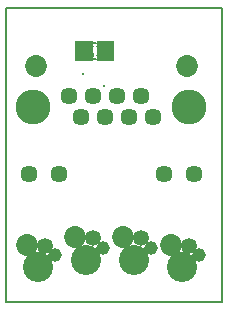
<source format=gbr>
G04 This is an RS-274x file exported by *
G04 gerbv version 2.7.0 *
G04 More information is available about gerbv at *
G04 http://gerbv.geda-project.org/ *
G04 --End of header info--*
%MOIN*%
%FSLAX36Y36*%
%IPPOS*%
G04 --Define apertures--*
%ADD10C,0.0080*%
%ADD11C,0.0040*%
%ADD12C,0.0060*%
%ADD13C,0.0729*%
%ADD14C,0.1162*%
%ADD15C,0.0572*%
%ADD16C,0.1005*%
%ADD17C,0.0532*%
%ADD18C,0.0454*%
%ADD19C,0.0001*%
%ADD20C,0.0490*%
%ADD21C,0.0510*%
%ADD22C,0.0940*%
%ADD23C,0.0350*%
%ADD24C,0.0790*%
%ADD25C,0.0300*%
%ADD26C,0.0200*%
%ADD27C,0.0100*%
G04 --Start main section--*
G54D10*
G01X0400330Y6757450D02*
G01X0408190Y6757450D01*
G01X0400330Y6812550D02*
G01X0408190Y6812550D01*
G54D11*
G01X0372760Y6763500D02*
G01X0392760Y6763500D01*
G01X0392760Y6763500D02*
G01X0397760Y6768500D01*
G01X0397760Y6768500D02*
G01X0397760Y6778500D01*
G01X0392760Y6783500D02*
G01X0397760Y6778500D01*
G01X0377760Y6783500D02*
G01X0392760Y6783500D01*
G01X0377760Y6763500D02*
G01X0377760Y6803500D01*
G01X0385760Y6783500D02*
G01X0397760Y6803500D01*
G01X0409760Y6771500D02*
G01X0417760Y6763500D01*
G01X0417760Y6763500D02*
G01X0417760Y6803500D01*
G01X0409760Y6803500D02*
G01X0424760Y6803500D01*
G01X0000000Y0000000D02*
G54D12*
G01X0110000Y6930000D02*
G01X0110000Y5950000D01*
G01X0110000Y5950000D02*
G01X0830000Y5950000D01*
G01X0830000Y5950000D02*
G01X0830000Y6930000D01*
G01X0830000Y6930000D02*
G01X0110000Y6930000D01*
G01X0000000Y0000000D02*
G54D13*
G01X0339250Y6164800D03*
G01X0207870Y6735040D03*
G54D14*
G01X0200000Y6600000D03*
G54D15*
G01X0319290Y6635430D03*
G01X0184250Y6375200D03*
G01X0284650Y6375200D03*
G01X0635040Y6375200D03*
G01X0735430Y6375200D03*
G54D13*
G01X0711810Y6735040D03*
G54D14*
G01X0719690Y6600000D03*
G54D15*
G01X0479920Y6635430D03*
G01X0560240Y6635430D03*
G01X0399610Y6635430D03*
G01X0439760Y6564570D03*
G01X0359450Y6564570D03*
G01X0520080Y6564570D03*
G01X0600390Y6564570D03*
G54D16*
G01X0694690Y6065000D03*
G54D13*
G01X0659250Y6139800D03*
G54D17*
G01X0718310Y6135870D03*
G54D16*
G01X0534690Y6090000D03*
G54D13*
G01X0499250Y6164800D03*
G54D17*
G01X0558310Y6160870D03*
G54D18*
G01X0593740Y6129370D03*
G01X0753740Y6104370D03*
G54D16*
G01X0374690Y6090000D03*
G01X0214690Y6065000D03*
G54D13*
G01X0179250Y6139800D03*
G54D17*
G01X0238310Y6135870D03*
G54D18*
G01X0273740Y6104370D03*
G54D17*
G01X0398310Y6160870D03*
G54D18*
G01X0433740Y6129370D03*
G54D19*
G36*
G01X0397420Y6817520D02*
G01X0340240Y6817520D01*
G01X0340240Y6752480D01*
G01X0397420Y6752480D01*
G01X0397420Y6817520D01*
G37*
G36*
G01X0468280Y6817520D02*
G01X0411100Y6817520D01*
G01X0411100Y6752480D01*
G01X0468280Y6752480D01*
G01X0468280Y6817520D01*
G37*
G01X0000000Y0000000D02*
G54D27*
G01X0364700Y6710000D03*
G01X0434700Y6670000D03*
G01X0439700Y6760000D03*
G54D26*
G01X0273700Y6104400D03*
G01X0433700Y6129400D03*
G01X0593700Y6129400D03*
G01X0753700Y6104400D03*
G54D25*
G01X0238300Y6135900D03*
G01X0398300Y6160900D03*
G01X0558300Y6160900D03*
G01X0718300Y6135900D03*
G54D23*
G01X0184300Y6375200D03*
G01X0284600Y6375200D03*
G01X0319300Y6635400D03*
G01X0359400Y6564600D03*
G01X0399600Y6635400D03*
G01X0439800Y6564600D03*
G01X0479900Y6635400D03*
G01X0520100Y6564600D03*
G01X0560200Y6635400D03*
G01X0600400Y6564600D03*
G01X0635000Y6375200D03*
G01X0735400Y6375200D03*
G54D20*
G01X0179300Y6139800D03*
G01X0339300Y6164800D03*
G01X0499300Y6164800D03*
G01X0659300Y6139800D03*
G54D21*
G01X0207900Y6735000D03*
G01X0711800Y6735000D03*
G54D24*
G01X0214700Y6065000D03*
G01X0374700Y6090000D03*
G01X0534700Y6090000D03*
G01X0694700Y6065000D03*
G54D22*
G01X0200000Y6600000D03*
G01X0719700Y6600000D03*
M02*

</source>
